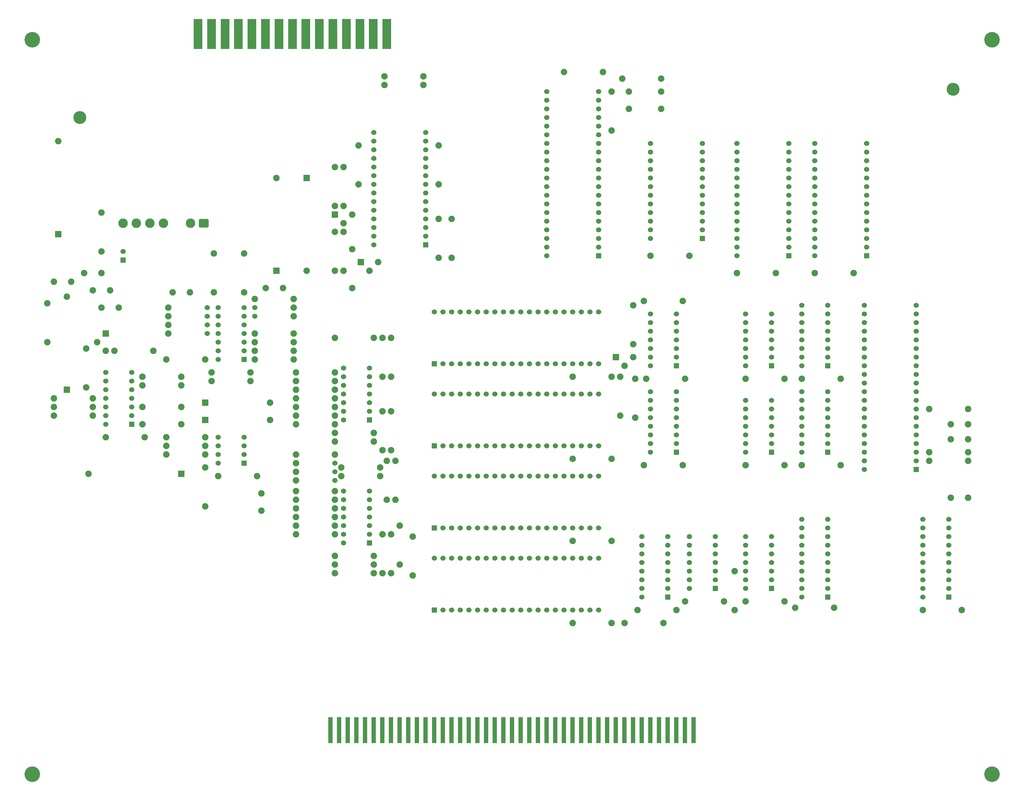
<source format=gbr>
%TF.GenerationSoftware,KiCad,Pcbnew,(6.0.1)*%
%TF.CreationDate,2022-04-20T20:45:43-06:00*%
%TF.ProjectId,star_wars_arcade_sound_pcb,73746172-5f77-4617-9273-5f6172636164,rev?*%
%TF.SameCoordinates,Original*%
%TF.FileFunction,Soldermask,Top*%
%TF.FilePolarity,Negative*%
%FSLAX46Y46*%
G04 Gerber Fmt 4.6, Leading zero omitted, Abs format (unit mm)*
G04 Created by KiCad (PCBNEW (6.0.1)) date 2022-04-20 20:45:43*
%MOMM*%
%LPD*%
G01*
G04 APERTURE LIST*
G04 Aperture macros list*
%AMRoundRect*
0 Rectangle with rounded corners*
0 $1 Rounding radius*
0 $2 $3 $4 $5 $6 $7 $8 $9 X,Y pos of 4 corners*
0 Add a 4 corners polygon primitive as box body*
4,1,4,$2,$3,$4,$5,$6,$7,$8,$9,$2,$3,0*
0 Add four circle primitives for the rounded corners*
1,1,$1+$1,$2,$3*
1,1,$1+$1,$4,$5*
1,1,$1+$1,$6,$7*
1,1,$1+$1,$8,$9*
0 Add four rect primitives between the rounded corners*
20,1,$1+$1,$2,$3,$4,$5,0*
20,1,$1+$1,$4,$5,$6,$7,0*
20,1,$1+$1,$6,$7,$8,$9,0*
20,1,$1+$1,$8,$9,$2,$3,0*%
%AMOutline4P*
0 Free polygon, 4 corners , with rotation*
0 The origin of the aperture is its center*
0 number of corners: always 4*
0 $1 to $8 corner X, Y*
0 $9 Rotation angle, in degrees counterclockwise*
0 create outline with 4 corners*
4,1,4,$1,$2,$3,$4,$5,$6,$7,$8,$1,$2,$9*%
G04 Aperture macros list end*
%ADD10C,1.905000*%
%ADD11R,1.524000X1.524000*%
%ADD12C,1.524000*%
%ADD13R,2.540000X8.890000*%
%ADD14R,1.905000X1.905000*%
%ADD15C,4.572000*%
%ADD16C,3.810000*%
%ADD17RoundRect,0.250000X1.150000X-0.980000X1.150000X0.980000X-1.150000X0.980000X-1.150000X-0.980000X0*%
%ADD18C,2.794000*%
%ADD19Outline4P,-0.635000X-3.810000X0.635000X-3.810000X0.635000X3.810000X-0.635000X3.810000X0.000000*%
G04 APERTURE END LIST*
D10*
%TO.C,R10*%
X213995000Y-163195000D03*
X213995000Y-151765000D03*
%TD*%
D11*
%TO.C,H_5*%
X254000000Y-213360000D03*
D12*
X254000000Y-210820000D03*
X254000000Y-208280000D03*
X254000000Y-205740000D03*
X254000000Y-203200000D03*
X254000000Y-200660000D03*
X254000000Y-198120000D03*
X246380000Y-198120000D03*
X246380000Y-200660000D03*
X246380000Y-203200000D03*
X246380000Y-205740000D03*
X246380000Y-208280000D03*
X246380000Y-210820000D03*
X246380000Y-213360000D03*
%TD*%
D10*
%TO.C,C16*%
X195580000Y-223520000D03*
X207010000Y-223520000D03*
%TD*%
D11*
%TO.C,F/H_5*%
X237490000Y-213360000D03*
D12*
X237490000Y-210820000D03*
X237490000Y-208280000D03*
X237490000Y-205740000D03*
X237490000Y-203200000D03*
X237490000Y-200660000D03*
X237490000Y-198120000D03*
X229870000Y-198120000D03*
X229870000Y-200660000D03*
X229870000Y-203200000D03*
X229870000Y-205740000D03*
X229870000Y-208280000D03*
X229870000Y-210820000D03*
X229870000Y-213360000D03*
%TD*%
D10*
%TO.C,R14*%
X125730000Y-89535000D03*
X125730000Y-100965000D03*
%TD*%
%TO.C,R31*%
X69215000Y-165100000D03*
X80645000Y-165100000D03*
%TD*%
%TO.C,R51*%
X99060000Y-126365000D03*
X99060000Y-114935000D03*
%TD*%
%TO.C,R2*%
X311785000Y-173355000D03*
X300355000Y-173355000D03*
%TD*%
%TO.C,R50*%
X113665000Y-128270000D03*
X102235000Y-128270000D03*
%TD*%
D13*
%TO.C,P3*%
X85547200Y-50419000D03*
X89509600Y-50419000D03*
X93472000Y-50419000D03*
X97434400Y-50419000D03*
X101396800Y-50419000D03*
X105359200Y-50419000D03*
X109321600Y-50419000D03*
X113284000Y-50419000D03*
X117246400Y-50419000D03*
X121208800Y-50419000D03*
X125171200Y-50419000D03*
X129133600Y-50419000D03*
X133096000Y-50419000D03*
X137058400Y-50419000D03*
X141020800Y-50419000D03*
X85547200Y-50419000D03*
X89509600Y-50419000D03*
X93472000Y-50419000D03*
X97434400Y-50419000D03*
X101396800Y-50419000D03*
X105359200Y-50419000D03*
X109321600Y-50419000D03*
X113284000Y-50419000D03*
X117246400Y-50419000D03*
X121208800Y-50419000D03*
X125171200Y-50419000D03*
X129133600Y-50419000D03*
X133096000Y-50419000D03*
X137058400Y-50419000D03*
X141020800Y-50419000D03*
%TD*%
D10*
%TO.C,R48*%
X113665000Y-130810000D03*
D12*
X102235000Y-130810000D03*
%TD*%
D10*
%TO.C,R3*%
X311785000Y-175895000D03*
X300355000Y-175895000D03*
%TD*%
%TO.C,R33*%
X54610000Y-162560000D03*
X43180000Y-162560000D03*
%TD*%
%TO.C,R53*%
X76835000Y-138430000D03*
D12*
X88265000Y-138430000D03*
%TD*%
D10*
%TO.C,R27*%
X137160000Y-139700000D03*
X125730000Y-139700000D03*
%TD*%
%TO.C,C56*%
X113665000Y-146050000D03*
X102235000Y-146050000D03*
%TD*%
%TO.C,C46*%
X43180000Y-157480000D03*
X54610000Y-157480000D03*
%TD*%
%TO.C,R49*%
X113665000Y-133350000D03*
D12*
X102235000Y-133350000D03*
%TD*%
D10*
%TO.C,C26*%
X156210000Y-104775000D03*
X156210000Y-116205000D03*
%TD*%
%TO.C,R9*%
X151765000Y-65405000D03*
X140335000Y-65405000D03*
%TD*%
%TO.C,C6*%
X214630000Y-219710000D03*
X226060000Y-219710000D03*
%TD*%
%TO.C,TP7*%
X212090000Y-72390000D03*
X212090000Y-67310000D03*
%TD*%
%TO.C,R29*%
X125730000Y-197485000D03*
X114300000Y-197485000D03*
%TD*%
%TO.C,R1*%
X243205000Y-219710000D03*
X243205000Y-208280000D03*
%TD*%
%TO.C,R12*%
X213360000Y-130175000D03*
X213360000Y-141605000D03*
%TD*%
%TO.C,TP5*%
X54610000Y-125730000D03*
X59690000Y-125730000D03*
%TD*%
D11*
%TO.C,C_3*%
X135890000Y-163830000D03*
D12*
X135890000Y-161290000D03*
X135890000Y-158750000D03*
X135890000Y-156210000D03*
X135890000Y-153670000D03*
X135890000Y-151130000D03*
X135890000Y-148590000D03*
X128270000Y-148590000D03*
X128270000Y-151130000D03*
X128270000Y-153670000D03*
X128270000Y-156210000D03*
X128270000Y-158750000D03*
X128270000Y-161290000D03*
X128270000Y-163830000D03*
%TD*%
D14*
%TO.C,C52*%
X87630000Y-158750000D03*
D10*
X106680000Y-158750000D03*
%TD*%
D11*
%TO.C,H_3*%
X254000000Y-173355000D03*
D12*
X254000000Y-170815000D03*
X254000000Y-168275000D03*
X254000000Y-165735000D03*
X254000000Y-163195000D03*
X254000000Y-160655000D03*
X254000000Y-158115000D03*
X246380000Y-158115000D03*
X246380000Y-160655000D03*
X246380000Y-163195000D03*
X246380000Y-165735000D03*
X246380000Y-168275000D03*
X246380000Y-170815000D03*
X246380000Y-173355000D03*
%TD*%
D15*
%TO.C,REF\u002A\u002A*%
X318770000Y-267970000D03*
%TD*%
D10*
%TO.C,C37*%
X125730000Y-170180000D03*
X137160000Y-170180000D03*
%TD*%
%TO.C,C50*%
X114300000Y-157480000D03*
X125730000Y-157480000D03*
%TD*%
%TO.C,R11*%
X209550000Y-162560000D03*
X209550000Y-151130000D03*
%TD*%
%TO.C,C17*%
X195580000Y-199390000D03*
X207010000Y-199390000D03*
%TD*%
%TO.C,TP8*%
X104140000Y-190500000D03*
X104140000Y-185420000D03*
%TD*%
%TO.C,R17*%
X132715000Y-94615000D03*
X132715000Y-83185000D03*
%TD*%
%TO.C,C8*%
X260985000Y-219075000D03*
X272415000Y-219075000D03*
%TD*%
D11*
%TO.C,E_1*%
X203200000Y-115570000D03*
D12*
X203200000Y-113030000D03*
X203200000Y-110490000D03*
X203200000Y-107950000D03*
X203200000Y-105410000D03*
X203200000Y-102870000D03*
X203200000Y-100330000D03*
X203200000Y-97790000D03*
X203200000Y-95250000D03*
X203200000Y-92710000D03*
X203200000Y-90170000D03*
X203200000Y-87630000D03*
X203200000Y-85090000D03*
X203200000Y-82550000D03*
X203200000Y-80010000D03*
X203200000Y-77470000D03*
X203200000Y-74930000D03*
X203200000Y-72390000D03*
X203200000Y-69850000D03*
X203200000Y-67310000D03*
X187960000Y-67310000D03*
X187960000Y-69850000D03*
X187960000Y-72390000D03*
X187960000Y-74930000D03*
X187960000Y-77470000D03*
X187960000Y-80010000D03*
X187960000Y-82550000D03*
X187960000Y-85090000D03*
X187960000Y-87630000D03*
X187960000Y-90170000D03*
X187960000Y-92710000D03*
X187960000Y-95250000D03*
X187960000Y-97790000D03*
X187960000Y-100330000D03*
X187960000Y-102870000D03*
X187960000Y-105410000D03*
X187960000Y-107950000D03*
X187960000Y-110490000D03*
X187960000Y-113030000D03*
X187960000Y-115570000D03*
%TD*%
D14*
%TO.C,C51*%
X87630000Y-163830000D03*
D10*
X106680000Y-163830000D03*
%TD*%
%TO.C,R56*%
X90170000Y-126365000D03*
X90170000Y-114935000D03*
%TD*%
%TO.C,R43*%
X76200000Y-168910000D03*
X87630000Y-168910000D03*
%TD*%
D11*
%TO.C,B_3*%
X99060000Y-176530000D03*
D12*
X99060000Y-173990000D03*
X99060000Y-171450000D03*
X99060000Y-168910000D03*
X91440000Y-168910000D03*
X91440000Y-171450000D03*
X91440000Y-173990000D03*
X91440000Y-176530000D03*
%TD*%
D11*
%TO.C,J_3*%
X270510000Y-173355000D03*
D12*
X270510000Y-170815000D03*
X270510000Y-168275000D03*
X270510000Y-165735000D03*
X270510000Y-163195000D03*
X270510000Y-160655000D03*
X270510000Y-158115000D03*
X270510000Y-155575000D03*
X262890000Y-155575000D03*
X262890000Y-158115000D03*
X262890000Y-160655000D03*
X262890000Y-163195000D03*
X262890000Y-165735000D03*
X262890000Y-168275000D03*
X262890000Y-170815000D03*
X262890000Y-173355000D03*
%TD*%
D10*
%TO.C,R55*%
X76835000Y-130810000D03*
D12*
X88265000Y-130810000D03*
%TD*%
D10*
%TO.C,C39*%
X142240000Y-139700000D03*
X142240000Y-151130000D03*
%TD*%
%TO.C,R6*%
X221615000Y-63500000D03*
X210185000Y-63500000D03*
%TD*%
%TO.C,R8*%
X151765000Y-62865000D03*
X140335000Y-62865000D03*
%TD*%
D14*
%TO.C,C47*%
X46990000Y-154940000D03*
D10*
X46990000Y-127635000D03*
%TD*%
%TO.C,C44*%
X80645000Y-160020000D03*
X69215000Y-160020000D03*
%TD*%
%TO.C,C34*%
X114300000Y-181610000D03*
D12*
X125730000Y-181610000D03*
%TD*%
D10*
%TO.C,R54*%
X76835000Y-135890000D03*
D12*
X88265000Y-135890000D03*
%TD*%
D10*
%TO.C,R23*%
X139065000Y-180340000D03*
X127635000Y-180340000D03*
%TD*%
%TO.C,C30*%
X137160000Y-203835000D03*
X125730000Y-203835000D03*
%TD*%
%TO.C,C59*%
X100965000Y-149860000D03*
X89535000Y-149860000D03*
%TD*%
%TO.C,C61*%
X240030000Y-217170000D03*
X228600000Y-217170000D03*
%TD*%
D11*
%TO.C,D_2*%
X154940000Y-147320000D03*
D12*
X157480000Y-147320000D03*
X160020000Y-147320000D03*
X162560000Y-147320000D03*
X165100000Y-147320000D03*
X167640000Y-147320000D03*
X170180000Y-147320000D03*
X172720000Y-147320000D03*
X175260000Y-147320000D03*
X177800000Y-147320000D03*
X180340000Y-147320000D03*
X182880000Y-147320000D03*
X185420000Y-147320000D03*
X187960000Y-147320000D03*
X190500000Y-147320000D03*
X193040000Y-147320000D03*
X195580000Y-147320000D03*
X198120000Y-147320000D03*
X200660000Y-147320000D03*
X203200000Y-147320000D03*
X203200000Y-132080000D03*
X200660000Y-132080000D03*
X198120000Y-132080000D03*
X195580000Y-132080000D03*
X193040000Y-132080000D03*
X190500000Y-132080000D03*
X187960000Y-132080000D03*
X185420000Y-132080000D03*
X182880000Y-132080000D03*
X180340000Y-132080000D03*
X177800000Y-132080000D03*
X175260000Y-132080000D03*
X172720000Y-132080000D03*
X170180000Y-132080000D03*
X167640000Y-132080000D03*
X165100000Y-132080000D03*
X162560000Y-132080000D03*
X160020000Y-132080000D03*
X157480000Y-132080000D03*
X154940000Y-132080000D03*
%TD*%
D10*
%TO.C,C25*%
X160020000Y-104775000D03*
X160020000Y-116205000D03*
%TD*%
%TO.C,R41*%
X76200000Y-171450000D03*
X87630000Y-171450000D03*
%TD*%
D15*
%TO.C,REF\u002A\u002A*%
X36830000Y-267970000D03*
%TD*%
D10*
%TO.C,R46*%
X125730000Y-149860000D03*
X114300000Y-149860000D03*
%TD*%
D11*
%TO.C,H_2*%
X254000000Y-147955000D03*
D12*
X254000000Y-145415000D03*
X254000000Y-142875000D03*
X254000000Y-140335000D03*
X254000000Y-137795000D03*
X254000000Y-135255000D03*
X254000000Y-132715000D03*
X246380000Y-132715000D03*
X246380000Y-135255000D03*
X246380000Y-137795000D03*
X246380000Y-140335000D03*
X246380000Y-142875000D03*
X246380000Y-145415000D03*
X246380000Y-147955000D03*
%TD*%
D10*
%TO.C,TP2*%
X306705000Y-169545000D03*
X311785000Y-169545000D03*
%TD*%
%TO.C,C58*%
X113665000Y-138430000D03*
X102235000Y-138430000D03*
%TD*%
%TO.C,C23*%
X217170000Y-151765000D03*
X228600000Y-151765000D03*
%TD*%
D11*
%TO.C,J_2*%
X270510000Y-147955000D03*
D12*
X270510000Y-145415000D03*
X270510000Y-142875000D03*
X270510000Y-140335000D03*
X270510000Y-137795000D03*
X270510000Y-135255000D03*
X270510000Y-132715000D03*
X270510000Y-130175000D03*
X262890000Y-130175000D03*
X262890000Y-132715000D03*
X262890000Y-135255000D03*
X262890000Y-137795000D03*
X262890000Y-140335000D03*
X262890000Y-142875000D03*
X262890000Y-145415000D03*
X262890000Y-147955000D03*
%TD*%
D11*
%TO.C,D_4*%
X154940000Y-195580000D03*
D12*
X157480000Y-195580000D03*
X160020000Y-195580000D03*
X162560000Y-195580000D03*
X165100000Y-195580000D03*
X167640000Y-195580000D03*
X170180000Y-195580000D03*
X172720000Y-195580000D03*
X175260000Y-195580000D03*
X177800000Y-195580000D03*
X180340000Y-195580000D03*
X182880000Y-195580000D03*
X185420000Y-195580000D03*
X187960000Y-195580000D03*
X190500000Y-195580000D03*
X193040000Y-195580000D03*
X195580000Y-195580000D03*
X198120000Y-195580000D03*
X200660000Y-195580000D03*
X203200000Y-195580000D03*
X203200000Y-180340000D03*
X200660000Y-180340000D03*
X198120000Y-180340000D03*
X195580000Y-180340000D03*
X193040000Y-180340000D03*
X190500000Y-180340000D03*
X187960000Y-180340000D03*
X185420000Y-180340000D03*
X182880000Y-180340000D03*
X180340000Y-180340000D03*
X177800000Y-180340000D03*
X175260000Y-180340000D03*
X172720000Y-180340000D03*
X170180000Y-180340000D03*
X167640000Y-180340000D03*
X165100000Y-180340000D03*
X162560000Y-180340000D03*
X160020000Y-180340000D03*
X157480000Y-180340000D03*
X154940000Y-180340000D03*
%TD*%
D11*
%TO.C,J/K_1*%
X281940000Y-115570000D03*
D12*
X281940000Y-113030000D03*
X281940000Y-110490000D03*
X281940000Y-107950000D03*
X281940000Y-105410000D03*
X281940000Y-102870000D03*
X281940000Y-100330000D03*
X281940000Y-97790000D03*
X281940000Y-95250000D03*
X281940000Y-92710000D03*
X281940000Y-90170000D03*
X281940000Y-87630000D03*
X281940000Y-85090000D03*
X281940000Y-82550000D03*
X266700000Y-82550000D03*
X266700000Y-85090000D03*
X266700000Y-87630000D03*
X266700000Y-90170000D03*
X266700000Y-92710000D03*
X266700000Y-95250000D03*
X266700000Y-97790000D03*
X266700000Y-100330000D03*
X266700000Y-102870000D03*
X266700000Y-105410000D03*
X266700000Y-107950000D03*
X266700000Y-110490000D03*
X266700000Y-113030000D03*
X266700000Y-115570000D03*
%TD*%
D10*
%TO.C,C38*%
X114300000Y-179070000D03*
D12*
X125730000Y-179070000D03*
%TD*%
D10*
%TO.C,C43*%
X80645000Y-151130000D03*
X69215000Y-151130000D03*
%TD*%
D16*
%TO.C,REF\u002A\u002A*%
X307340000Y-66675000D03*
%TD*%
D14*
%TO.C,Q2*%
X125730000Y-103505000D03*
D10*
X128270000Y-106045000D03*
X130810000Y-103505000D03*
%TD*%
%TO.C,R39*%
X125730000Y-173990000D03*
X114300000Y-173990000D03*
%TD*%
%TO.C,R15*%
X128270000Y-108585000D03*
X128270000Y-120015000D03*
%TD*%
%TO.C,C40*%
X114300000Y-176530000D03*
D12*
X125730000Y-176530000D03*
%TD*%
D17*
%TO.C,P2*%
X87264240Y-106045000D03*
D18*
X83304240Y-106045000D03*
X75384240Y-106045000D03*
X71424240Y-106045000D03*
X67462400Y-106045000D03*
X63500000Y-106045000D03*
%TD*%
D10*
%TO.C,TP1*%
X306705000Y-165100000D03*
X311785000Y-165100000D03*
%TD*%
D14*
%TO.C,C53*%
X80645000Y-179705000D03*
D10*
X53340000Y-179705000D03*
%TD*%
%TO.C,C4*%
X218440000Y-115570000D03*
X229870000Y-115570000D03*
%TD*%
%TO.C,C33*%
X143510000Y-175895000D03*
X143510000Y-187325000D03*
%TD*%
%TO.C,C29*%
X142240000Y-208915000D03*
X142240000Y-197485000D03*
%TD*%
D11*
%TO.C,C_4*%
X135890000Y-200025000D03*
D12*
X135890000Y-197485000D03*
X135890000Y-194945000D03*
X135890000Y-192405000D03*
X135890000Y-189865000D03*
X135890000Y-187325000D03*
X135890000Y-184785000D03*
X128270000Y-184785000D03*
X128270000Y-187325000D03*
X128270000Y-189865000D03*
X128270000Y-192405000D03*
X128270000Y-194945000D03*
X128270000Y-197485000D03*
X128270000Y-200025000D03*
%TD*%
D14*
%TO.C,Q4*%
X58420000Y-138430000D03*
D10*
X55880000Y-140970000D03*
X58420000Y-143510000D03*
%TD*%
%TO.C,C27*%
X125730000Y-120015000D03*
X125730000Y-108585000D03*
%TD*%
%TO.C,C24*%
X227965000Y-128905000D03*
X216535000Y-128905000D03*
%TD*%
%TO.C,C10*%
X246380000Y-151765000D03*
X257810000Y-151765000D03*
%TD*%
%TO.C,C60*%
X89535000Y-152400000D03*
X100965000Y-152400000D03*
%TD*%
%TO.C,C1*%
X300355000Y-160655000D03*
X311785000Y-160655000D03*
%TD*%
D11*
%TO.C,B_2*%
X99060000Y-146050000D03*
D12*
X99060000Y-143510000D03*
X99060000Y-140970000D03*
X99060000Y-138430000D03*
X99060000Y-135890000D03*
X99060000Y-133350000D03*
X99060000Y-130810000D03*
X91440000Y-130810000D03*
X91440000Y-133350000D03*
X91440000Y-135890000D03*
X91440000Y-138430000D03*
X91440000Y-140970000D03*
X91440000Y-143510000D03*
X91440000Y-146050000D03*
%TD*%
D10*
%TO.C,R45*%
X114300000Y-154940000D03*
X125730000Y-154940000D03*
%TD*%
%TO.C,TP4*%
X57150000Y-130810000D03*
X62230000Y-130810000D03*
%TD*%
%TO.C,R52*%
X76835000Y-133350000D03*
D12*
X88265000Y-133350000D03*
%TD*%
D10*
%TO.C,C19*%
X195580000Y-151130000D03*
X207010000Y-151130000D03*
%TD*%
%TO.C,R44*%
X91440000Y-180340000D03*
X102870000Y-180340000D03*
%TD*%
D11*
%TO.C,C/D_1*%
X152400000Y-112395000D03*
D12*
X152400000Y-109855000D03*
X152400000Y-107315000D03*
X152400000Y-104775000D03*
X152400000Y-102235000D03*
X152400000Y-99695000D03*
X152400000Y-97155000D03*
X152400000Y-94615000D03*
X152400000Y-92075000D03*
X152400000Y-89535000D03*
X152400000Y-86995000D03*
X152400000Y-84455000D03*
X152400000Y-81915000D03*
X152400000Y-79375000D03*
X137160000Y-79375000D03*
X137160000Y-81915000D03*
X137160000Y-84455000D03*
X137160000Y-86995000D03*
X137160000Y-89535000D03*
X137160000Y-92075000D03*
X137160000Y-94615000D03*
X137160000Y-97155000D03*
X137160000Y-99695000D03*
X137160000Y-102235000D03*
X137160000Y-104775000D03*
X137160000Y-107315000D03*
X137160000Y-109855000D03*
X137160000Y-112395000D03*
%TD*%
D10*
%TO.C,R13*%
X128270000Y-89535000D03*
X128270000Y-100965000D03*
%TD*%
%TO.C,R32*%
X69215000Y-153670000D03*
X80645000Y-153670000D03*
%TD*%
%TO.C,R37*%
X41275000Y-129540000D03*
X41275000Y-140970000D03*
%TD*%
D14*
%TO.C,C15*%
X44450000Y-109220000D03*
D10*
X44450000Y-81915000D03*
%TD*%
D11*
%TO.C,K_5*%
X306070000Y-215900000D03*
D12*
X306070000Y-213360000D03*
X306070000Y-210820000D03*
X306070000Y-208280000D03*
X306070000Y-205740000D03*
X306070000Y-203200000D03*
X306070000Y-200660000D03*
X306070000Y-198120000D03*
X306070000Y-195580000D03*
X306070000Y-193040000D03*
X298450000Y-193040000D03*
X298450000Y-195580000D03*
X298450000Y-198120000D03*
X298450000Y-200660000D03*
X298450000Y-203200000D03*
X298450000Y-205740000D03*
X298450000Y-208280000D03*
X298450000Y-210820000D03*
X298450000Y-213360000D03*
X298450000Y-215900000D03*
%TD*%
D11*
%TO.C,F_3*%
X226060000Y-173355000D03*
D12*
X226060000Y-170815000D03*
X226060000Y-168275000D03*
X226060000Y-165735000D03*
X226060000Y-163195000D03*
X226060000Y-160655000D03*
X226060000Y-158115000D03*
X226060000Y-155575000D03*
X218440000Y-155575000D03*
X218440000Y-158115000D03*
X218440000Y-160655000D03*
X218440000Y-163195000D03*
X218440000Y-165735000D03*
X218440000Y-168275000D03*
X218440000Y-170815000D03*
X218440000Y-173355000D03*
%TD*%
D10*
%TO.C,R18*%
X156210000Y-83185000D03*
X156210000Y-94615000D03*
%TD*%
%TO.C,TP11*%
X221615000Y-72390000D03*
X221615000Y-67310000D03*
%TD*%
%TO.C,C14*%
X117475000Y-120015000D03*
D14*
X117475000Y-92710000D03*
%TD*%
D10*
%TO.C,C20*%
X262890000Y-177165000D03*
X274320000Y-177165000D03*
%TD*%
D11*
%TO.C,F_2*%
X226060000Y-147955000D03*
D12*
X226060000Y-145415000D03*
X226060000Y-142875000D03*
X226060000Y-140335000D03*
X226060000Y-137795000D03*
X226060000Y-135255000D03*
X226060000Y-132715000D03*
X218440000Y-132715000D03*
X218440000Y-135255000D03*
X218440000Y-137795000D03*
X218440000Y-140335000D03*
X218440000Y-142875000D03*
X218440000Y-145415000D03*
X218440000Y-147955000D03*
%TD*%
D10*
%TO.C,R26*%
X139700000Y-151130000D03*
X139700000Y-139700000D03*
%TD*%
%TO.C,C41*%
X125730000Y-194945000D03*
X114300000Y-194945000D03*
%TD*%
%TO.C,TP6*%
X52070000Y-120650000D03*
X57150000Y-120650000D03*
%TD*%
D11*
%TO.C,J_5*%
X270510000Y-215900000D03*
D12*
X270510000Y-213360000D03*
X270510000Y-210820000D03*
X270510000Y-208280000D03*
X270510000Y-205740000D03*
X270510000Y-203200000D03*
X270510000Y-200660000D03*
X270510000Y-198120000D03*
X270510000Y-195580000D03*
X270510000Y-193040000D03*
X262890000Y-193040000D03*
X262890000Y-195580000D03*
X262890000Y-198120000D03*
X262890000Y-200660000D03*
X262890000Y-203200000D03*
X262890000Y-205740000D03*
X262890000Y-208280000D03*
X262890000Y-210820000D03*
X262890000Y-213360000D03*
X262890000Y-215900000D03*
%TD*%
D10*
%TO.C,C11*%
X246380000Y-177165000D03*
X257810000Y-177165000D03*
%TD*%
%TO.C,TP12*%
X306705000Y-186690000D03*
X311785000Y-186690000D03*
%TD*%
%TO.C,C22*%
X216535000Y-177165000D03*
X227965000Y-177165000D03*
%TD*%
%TO.C,R28*%
X114300000Y-192405000D03*
X125730000Y-192405000D03*
%TD*%
%TO.C,C49*%
X114300000Y-162560000D03*
X125730000Y-162560000D03*
%TD*%
%TO.C,R42*%
X87630000Y-173990000D03*
X76200000Y-173990000D03*
%TD*%
D11*
%TO.C,D_5*%
X154940000Y-219710000D03*
D12*
X157480000Y-219710000D03*
X160020000Y-219710000D03*
X162560000Y-219710000D03*
X165100000Y-219710000D03*
X167640000Y-219710000D03*
X170180000Y-219710000D03*
X172720000Y-219710000D03*
X175260000Y-219710000D03*
X177800000Y-219710000D03*
X180340000Y-219710000D03*
X182880000Y-219710000D03*
X185420000Y-219710000D03*
X187960000Y-219710000D03*
X190500000Y-219710000D03*
X193040000Y-219710000D03*
X195580000Y-219710000D03*
X198120000Y-219710000D03*
X200660000Y-219710000D03*
X203200000Y-219710000D03*
X203200000Y-204470000D03*
X200660000Y-204470000D03*
X198120000Y-204470000D03*
X195580000Y-204470000D03*
X193040000Y-204470000D03*
X190500000Y-204470000D03*
X187960000Y-204470000D03*
X185420000Y-204470000D03*
X182880000Y-204470000D03*
X180340000Y-204470000D03*
X177800000Y-204470000D03*
X175260000Y-204470000D03*
X172720000Y-204470000D03*
X170180000Y-204470000D03*
X167640000Y-204470000D03*
X165100000Y-204470000D03*
X162560000Y-204470000D03*
X160020000Y-204470000D03*
X157480000Y-204470000D03*
X154940000Y-204470000D03*
%TD*%
D10*
%TO.C,R21*%
X137160000Y-208915000D03*
X125730000Y-208915000D03*
%TD*%
D19*
%TO.C,P1*%
X124460000Y-255016000D03*
X127000000Y-255016000D03*
X129540000Y-255016000D03*
X132080000Y-255016000D03*
X134620000Y-255016000D03*
X137160000Y-255016000D03*
X139700000Y-255016000D03*
X142240000Y-255016000D03*
X144780000Y-255016000D03*
X147320000Y-255016000D03*
X149860000Y-255016000D03*
X152400000Y-255016000D03*
X154940000Y-255016000D03*
X157480000Y-255016000D03*
X160020000Y-255016000D03*
X162560000Y-255016000D03*
X165100000Y-255016000D03*
X167640000Y-255016000D03*
X170180000Y-255016000D03*
X172720000Y-255016000D03*
X175260000Y-255016000D03*
X177800000Y-255016000D03*
X180340000Y-255016000D03*
X182880000Y-255016000D03*
X185420000Y-255016000D03*
X187960000Y-255016000D03*
X190500000Y-255016000D03*
X193040000Y-255016000D03*
X195580000Y-255016000D03*
X198120000Y-255016000D03*
X200660000Y-255016000D03*
X203200000Y-255016000D03*
X205740000Y-255016000D03*
X208280000Y-255016000D03*
X210820000Y-255016000D03*
X213360000Y-255016000D03*
X215900000Y-255016000D03*
X218440000Y-255016000D03*
X220980000Y-255016000D03*
X223520000Y-255016000D03*
X226060000Y-255016000D03*
X228600000Y-255016000D03*
X231140000Y-255016000D03*
%TD*%
D10*
%TO.C,R38*%
X52705000Y-154305000D03*
X52705000Y-142875000D03*
%TD*%
%TO.C,C2*%
X266700000Y-120650000D03*
X278130000Y-120650000D03*
%TD*%
%TO.C,R4*%
X210820000Y-223520000D03*
X222250000Y-223520000D03*
%TD*%
%TO.C,R20*%
X139700000Y-197485000D03*
X139700000Y-208915000D03*
%TD*%
%TO.C,C18*%
X195580000Y-175260000D03*
X207010000Y-175260000D03*
%TD*%
D11*
%TO.C,F_5*%
X223520000Y-215900000D03*
D12*
X223520000Y-213360000D03*
X223520000Y-210820000D03*
X223520000Y-208280000D03*
X223520000Y-205740000D03*
X223520000Y-203200000D03*
X223520000Y-200660000D03*
X223520000Y-198120000D03*
X215900000Y-198120000D03*
X215900000Y-200660000D03*
X215900000Y-203200000D03*
X215900000Y-205740000D03*
X215900000Y-208280000D03*
X215900000Y-210820000D03*
X215900000Y-213360000D03*
X215900000Y-215900000D03*
%TD*%
D10*
%TO.C,C31*%
X125730000Y-206375000D03*
X137160000Y-206375000D03*
%TD*%
%TO.C,C55*%
X114300000Y-152400000D03*
X125730000Y-152400000D03*
%TD*%
%TO.C,TP3*%
X43180000Y-123190000D03*
X48260000Y-123190000D03*
%TD*%
%TO.C,C3*%
X243840000Y-120650000D03*
X255270000Y-120650000D03*
%TD*%
%TO.C,C45*%
X58420000Y-168910000D03*
X69850000Y-168910000D03*
%TD*%
D16*
%TO.C,REF\u002A\u002A*%
X50800000Y-74930000D03*
%TD*%
D10*
%TO.C,C35*%
X142240000Y-172720000D03*
X142240000Y-161290000D03*
%TD*%
D11*
%TO.C,K_3*%
X296545000Y-178435000D03*
D12*
X296545000Y-175895000D03*
X296545000Y-173355000D03*
X296545000Y-170815000D03*
X296545000Y-168275000D03*
X296545000Y-165735000D03*
X296545000Y-163195000D03*
X296545000Y-160655000D03*
X296545000Y-158115000D03*
X296545000Y-155575000D03*
X296545000Y-153035000D03*
X296545000Y-150495000D03*
X296545000Y-147955000D03*
X296545000Y-145415000D03*
X296545000Y-142875000D03*
X296545000Y-140335000D03*
X296545000Y-137795000D03*
X296545000Y-135255000D03*
X296545000Y-132715000D03*
X296545000Y-130175000D03*
X281305000Y-130175000D03*
X281305000Y-132715000D03*
X281305000Y-135255000D03*
X281305000Y-137795000D03*
X281305000Y-140335000D03*
X281305000Y-142875000D03*
X281305000Y-145415000D03*
X281305000Y-147955000D03*
X281305000Y-150495000D03*
X281305000Y-153035000D03*
X281305000Y-155575000D03*
X281305000Y-158115000D03*
X281305000Y-160655000D03*
X281305000Y-163195000D03*
X281305000Y-165735000D03*
X281305000Y-168275000D03*
X281305000Y-170815000D03*
X281305000Y-173355000D03*
X281305000Y-175895000D03*
X281305000Y-178435000D03*
%TD*%
D10*
%TO.C,C54*%
X87630000Y-177800000D03*
X87630000Y-189230000D03*
%TD*%
D15*
%TO.C,REF\u002A\u002A*%
X318770000Y-52070000D03*
%TD*%
D14*
%TO.C,Q1*%
X208280000Y-145415000D03*
D10*
X210820000Y-147955000D03*
X213360000Y-145415000D03*
%TD*%
D11*
%TO.C,F/H_1*%
X233680000Y-110490000D03*
D12*
X233680000Y-107950000D03*
X233680000Y-105410000D03*
X233680000Y-102870000D03*
X233680000Y-100330000D03*
X233680000Y-97790000D03*
X233680000Y-95250000D03*
X233680000Y-92710000D03*
X233680000Y-90170000D03*
X233680000Y-87630000D03*
X233680000Y-85090000D03*
X233680000Y-82550000D03*
X218440000Y-82550000D03*
X218440000Y-85090000D03*
X218440000Y-87630000D03*
X218440000Y-90170000D03*
X218440000Y-92710000D03*
X218440000Y-95250000D03*
X218440000Y-97790000D03*
X218440000Y-100330000D03*
X218440000Y-102870000D03*
X218440000Y-105410000D03*
X218440000Y-107950000D03*
X218440000Y-110490000D03*
%TD*%
D11*
%TO.C,DS1*%
X63500000Y-116840000D03*
D12*
X63500000Y-114300000D03*
%TD*%
D11*
%TO.C,A_3*%
X66040000Y-165100000D03*
D12*
X66040000Y-162560000D03*
X66040000Y-160020000D03*
X66040000Y-157480000D03*
X66040000Y-154940000D03*
X66040000Y-152400000D03*
X66040000Y-149860000D03*
X58420000Y-149860000D03*
X58420000Y-152400000D03*
X58420000Y-154940000D03*
X58420000Y-157480000D03*
X58420000Y-160020000D03*
X58420000Y-162560000D03*
X58420000Y-165100000D03*
%TD*%
D10*
%TO.C,R35*%
X87630000Y-146050000D03*
X76200000Y-146050000D03*
%TD*%
D15*
%TO.C,REF\u002A\u002A*%
X36830000Y-52070000D03*
%TD*%
D10*
%TO.C,R36*%
X60960000Y-143510000D03*
X72390000Y-143510000D03*
%TD*%
%TO.C,C12*%
X298450000Y-219710000D03*
X309880000Y-219710000D03*
%TD*%
%TO.C,C7*%
X262890000Y-151765000D03*
X274320000Y-151765000D03*
%TD*%
%TO.C,TP9*%
X105410000Y-125095000D03*
X110490000Y-125095000D03*
%TD*%
%TO.C,C32*%
X114300000Y-187325000D03*
X125730000Y-187325000D03*
%TD*%
%TO.C,R22*%
X140970000Y-187325000D03*
X140970000Y-175895000D03*
%TD*%
%TO.C,C57*%
X113665000Y-143510000D03*
X102235000Y-143510000D03*
%TD*%
%TO.C,C9*%
X246380000Y-217170000D03*
X257810000Y-217170000D03*
%TD*%
%TO.C,R5*%
X207010000Y-67310000D03*
X207010000Y-78740000D03*
%TD*%
%TO.C,R30*%
X125730000Y-184785000D03*
X114300000Y-184785000D03*
%TD*%
%TO.C,R40*%
X114300000Y-160020000D03*
X125730000Y-160020000D03*
%TD*%
%TO.C,R34*%
X54610000Y-160020000D03*
X43180000Y-160020000D03*
%TD*%
D11*
%TO.C,D_3*%
X154940000Y-171450000D03*
D12*
X157480000Y-171450000D03*
X160020000Y-171450000D03*
X162560000Y-171450000D03*
X165100000Y-171450000D03*
X167640000Y-171450000D03*
X170180000Y-171450000D03*
X172720000Y-171450000D03*
X175260000Y-171450000D03*
X177800000Y-171450000D03*
X180340000Y-171450000D03*
X182880000Y-171450000D03*
X185420000Y-171450000D03*
X187960000Y-171450000D03*
X190500000Y-171450000D03*
X193040000Y-171450000D03*
X195580000Y-171450000D03*
X198120000Y-171450000D03*
X200660000Y-171450000D03*
X203200000Y-171450000D03*
X203200000Y-156210000D03*
X200660000Y-156210000D03*
X198120000Y-156210000D03*
X195580000Y-156210000D03*
X193040000Y-156210000D03*
X190500000Y-156210000D03*
X187960000Y-156210000D03*
X185420000Y-156210000D03*
X182880000Y-156210000D03*
X180340000Y-156210000D03*
X177800000Y-156210000D03*
X175260000Y-156210000D03*
X172720000Y-156210000D03*
X170180000Y-156210000D03*
X167640000Y-156210000D03*
X165100000Y-156210000D03*
X162560000Y-156210000D03*
X160020000Y-156210000D03*
X157480000Y-156210000D03*
X154940000Y-156210000D03*
%TD*%
D10*
%TO.C,C42*%
X114300000Y-189865000D03*
X125730000Y-189865000D03*
%TD*%
%TO.C,C5*%
X204470000Y-61595000D03*
X193040000Y-61595000D03*
%TD*%
%TO.C,C28*%
X144780000Y-206375000D03*
X144780000Y-194945000D03*
%TD*%
D11*
%TO.C,H_1*%
X259080000Y-115570000D03*
D12*
X259080000Y-113030000D03*
X259080000Y-110490000D03*
X259080000Y-107950000D03*
X259080000Y-105410000D03*
X259080000Y-102870000D03*
X259080000Y-100330000D03*
X259080000Y-97790000D03*
X259080000Y-95250000D03*
X259080000Y-92710000D03*
X259080000Y-90170000D03*
X259080000Y-87630000D03*
X259080000Y-85090000D03*
X259080000Y-82550000D03*
X243840000Y-82550000D03*
X243840000Y-85090000D03*
X243840000Y-87630000D03*
X243840000Y-90170000D03*
X243840000Y-92710000D03*
X243840000Y-95250000D03*
X243840000Y-97790000D03*
X243840000Y-100330000D03*
X243840000Y-102870000D03*
X243840000Y-105410000D03*
X243840000Y-107950000D03*
X243840000Y-110490000D03*
X243840000Y-113030000D03*
X243840000Y-115570000D03*
%TD*%
D14*
%TO.C,Q3*%
X133350000Y-117475000D03*
D10*
X135890000Y-120015000D03*
X138430000Y-117475000D03*
%TD*%
%TO.C,C36*%
X137160000Y-167640000D03*
X125730000Y-167640000D03*
%TD*%
%TO.C,TP10*%
X78105000Y-126365000D03*
X83185000Y-126365000D03*
%TD*%
%TO.C,R25*%
X139065000Y-177800000D03*
X127635000Y-177800000D03*
%TD*%
D14*
%TO.C,C13*%
X108585000Y-120015000D03*
D10*
X108585000Y-92710000D03*
%TD*%
%TO.C,R19*%
X148590000Y-198120000D03*
X148590000Y-209550000D03*
%TD*%
%TO.C,C48*%
X114300000Y-165100000D03*
X125730000Y-165100000D03*
%TD*%
%TO.C,R24*%
X139700000Y-161290000D03*
X139700000Y-172720000D03*
%TD*%
%TO.C,R47*%
X113665000Y-140970000D03*
X102235000Y-140970000D03*
%TD*%
%TO.C,R7*%
X57150000Y-102870000D03*
X57150000Y-114300000D03*
%TD*%
%TO.C,R16*%
X130810000Y-113665000D03*
X130810000Y-125095000D03*
%TD*%
M02*

</source>
